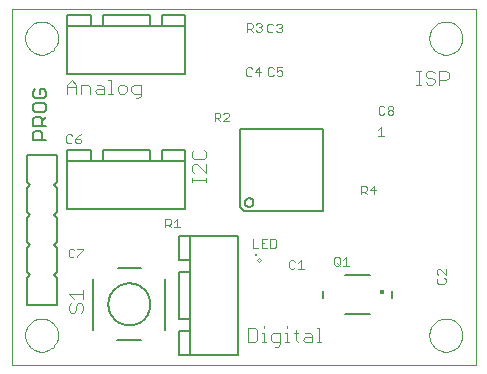
<source format=gto>
G75*
G70*
%OFA0B0*%
%FSLAX24Y24*%
%IPPOS*%
%LPD*%
%AMOC8*
5,1,8,0,0,1.08239X$1,22.5*
%
%ADD10C,0.0000*%
%ADD11C,0.0040*%
%ADD12C,0.0030*%
%ADD13C,0.0060*%
%ADD14C,0.0080*%
%ADD15C,0.0143*%
%ADD16C,0.0025*%
%ADD17C,0.0098*%
%ADD18C,0.0050*%
D10*
X000680Y000680D02*
X000680Y012550D01*
X016147Y012550D01*
X016147Y000680D01*
X000680Y000680D01*
X001129Y001680D02*
X001131Y001727D01*
X001137Y001773D01*
X001147Y001819D01*
X001160Y001864D01*
X001178Y001907D01*
X001199Y001949D01*
X001223Y001989D01*
X001251Y002026D01*
X001282Y002061D01*
X001316Y002094D01*
X001352Y002123D01*
X001391Y002149D01*
X001432Y002172D01*
X001475Y002191D01*
X001519Y002207D01*
X001564Y002219D01*
X001610Y002227D01*
X001657Y002231D01*
X001703Y002231D01*
X001750Y002227D01*
X001796Y002219D01*
X001841Y002207D01*
X001885Y002191D01*
X001928Y002172D01*
X001969Y002149D01*
X002008Y002123D01*
X002044Y002094D01*
X002078Y002061D01*
X002109Y002026D01*
X002137Y001989D01*
X002161Y001949D01*
X002182Y001907D01*
X002200Y001864D01*
X002213Y001819D01*
X002223Y001773D01*
X002229Y001727D01*
X002231Y001680D01*
X002229Y001633D01*
X002223Y001587D01*
X002213Y001541D01*
X002200Y001496D01*
X002182Y001453D01*
X002161Y001411D01*
X002137Y001371D01*
X002109Y001334D01*
X002078Y001299D01*
X002044Y001266D01*
X002008Y001237D01*
X001969Y001211D01*
X001928Y001188D01*
X001885Y001169D01*
X001841Y001153D01*
X001796Y001141D01*
X001750Y001133D01*
X001703Y001129D01*
X001657Y001129D01*
X001610Y001133D01*
X001564Y001141D01*
X001519Y001153D01*
X001475Y001169D01*
X001432Y001188D01*
X001391Y001211D01*
X001352Y001237D01*
X001316Y001266D01*
X001282Y001299D01*
X001251Y001334D01*
X001223Y001371D01*
X001199Y001411D01*
X001178Y001453D01*
X001160Y001496D01*
X001147Y001541D01*
X001137Y001587D01*
X001131Y001633D01*
X001129Y001680D01*
X001129Y011580D02*
X001131Y011627D01*
X001137Y011673D01*
X001147Y011719D01*
X001160Y011764D01*
X001178Y011807D01*
X001199Y011849D01*
X001223Y011889D01*
X001251Y011926D01*
X001282Y011961D01*
X001316Y011994D01*
X001352Y012023D01*
X001391Y012049D01*
X001432Y012072D01*
X001475Y012091D01*
X001519Y012107D01*
X001564Y012119D01*
X001610Y012127D01*
X001657Y012131D01*
X001703Y012131D01*
X001750Y012127D01*
X001796Y012119D01*
X001841Y012107D01*
X001885Y012091D01*
X001928Y012072D01*
X001969Y012049D01*
X002008Y012023D01*
X002044Y011994D01*
X002078Y011961D01*
X002109Y011926D01*
X002137Y011889D01*
X002161Y011849D01*
X002182Y011807D01*
X002200Y011764D01*
X002213Y011719D01*
X002223Y011673D01*
X002229Y011627D01*
X002231Y011580D01*
X002229Y011533D01*
X002223Y011487D01*
X002213Y011441D01*
X002200Y011396D01*
X002182Y011353D01*
X002161Y011311D01*
X002137Y011271D01*
X002109Y011234D01*
X002078Y011199D01*
X002044Y011166D01*
X002008Y011137D01*
X001969Y011111D01*
X001928Y011088D01*
X001885Y011069D01*
X001841Y011053D01*
X001796Y011041D01*
X001750Y011033D01*
X001703Y011029D01*
X001657Y011029D01*
X001610Y011033D01*
X001564Y011041D01*
X001519Y011053D01*
X001475Y011069D01*
X001432Y011088D01*
X001391Y011111D01*
X001352Y011137D01*
X001316Y011166D01*
X001282Y011199D01*
X001251Y011234D01*
X001223Y011271D01*
X001199Y011311D01*
X001178Y011353D01*
X001160Y011396D01*
X001147Y011441D01*
X001137Y011487D01*
X001131Y011533D01*
X001129Y011580D01*
X014604Y011580D02*
X014606Y011627D01*
X014612Y011673D01*
X014622Y011719D01*
X014635Y011764D01*
X014653Y011807D01*
X014674Y011849D01*
X014698Y011889D01*
X014726Y011926D01*
X014757Y011961D01*
X014791Y011994D01*
X014827Y012023D01*
X014866Y012049D01*
X014907Y012072D01*
X014950Y012091D01*
X014994Y012107D01*
X015039Y012119D01*
X015085Y012127D01*
X015132Y012131D01*
X015178Y012131D01*
X015225Y012127D01*
X015271Y012119D01*
X015316Y012107D01*
X015360Y012091D01*
X015403Y012072D01*
X015444Y012049D01*
X015483Y012023D01*
X015519Y011994D01*
X015553Y011961D01*
X015584Y011926D01*
X015612Y011889D01*
X015636Y011849D01*
X015657Y011807D01*
X015675Y011764D01*
X015688Y011719D01*
X015698Y011673D01*
X015704Y011627D01*
X015706Y011580D01*
X015704Y011533D01*
X015698Y011487D01*
X015688Y011441D01*
X015675Y011396D01*
X015657Y011353D01*
X015636Y011311D01*
X015612Y011271D01*
X015584Y011234D01*
X015553Y011199D01*
X015519Y011166D01*
X015483Y011137D01*
X015444Y011111D01*
X015403Y011088D01*
X015360Y011069D01*
X015316Y011053D01*
X015271Y011041D01*
X015225Y011033D01*
X015178Y011029D01*
X015132Y011029D01*
X015085Y011033D01*
X015039Y011041D01*
X014994Y011053D01*
X014950Y011069D01*
X014907Y011088D01*
X014866Y011111D01*
X014827Y011137D01*
X014791Y011166D01*
X014757Y011199D01*
X014726Y011234D01*
X014698Y011271D01*
X014674Y011311D01*
X014653Y011353D01*
X014635Y011396D01*
X014622Y011441D01*
X014612Y011487D01*
X014606Y011533D01*
X014604Y011580D01*
X014604Y001680D02*
X014606Y001727D01*
X014612Y001773D01*
X014622Y001819D01*
X014635Y001864D01*
X014653Y001907D01*
X014674Y001949D01*
X014698Y001989D01*
X014726Y002026D01*
X014757Y002061D01*
X014791Y002094D01*
X014827Y002123D01*
X014866Y002149D01*
X014907Y002172D01*
X014950Y002191D01*
X014994Y002207D01*
X015039Y002219D01*
X015085Y002227D01*
X015132Y002231D01*
X015178Y002231D01*
X015225Y002227D01*
X015271Y002219D01*
X015316Y002207D01*
X015360Y002191D01*
X015403Y002172D01*
X015444Y002149D01*
X015483Y002123D01*
X015519Y002094D01*
X015553Y002061D01*
X015584Y002026D01*
X015612Y001989D01*
X015636Y001949D01*
X015657Y001907D01*
X015675Y001864D01*
X015688Y001819D01*
X015698Y001773D01*
X015704Y001727D01*
X015706Y001680D01*
X015704Y001633D01*
X015698Y001587D01*
X015688Y001541D01*
X015675Y001496D01*
X015657Y001453D01*
X015636Y001411D01*
X015612Y001371D01*
X015584Y001334D01*
X015553Y001299D01*
X015519Y001266D01*
X015483Y001237D01*
X015444Y001211D01*
X015403Y001188D01*
X015360Y001169D01*
X015316Y001153D01*
X015271Y001141D01*
X015225Y001133D01*
X015178Y001129D01*
X015132Y001129D01*
X015085Y001133D01*
X015039Y001141D01*
X014994Y001153D01*
X014950Y001169D01*
X014907Y001188D01*
X014866Y001211D01*
X014827Y001237D01*
X014791Y001266D01*
X014757Y001299D01*
X014726Y001334D01*
X014698Y001371D01*
X014674Y001411D01*
X014653Y001453D01*
X014635Y001496D01*
X014622Y001541D01*
X014612Y001587D01*
X014606Y001633D01*
X014604Y001680D01*
D11*
X011009Y001450D02*
X010856Y001450D01*
X010932Y001450D02*
X010932Y001910D01*
X010856Y001910D01*
X010702Y001680D02*
X010625Y001757D01*
X010472Y001757D01*
X010472Y001603D02*
X010702Y001603D01*
X010702Y001680D02*
X010702Y001450D01*
X010472Y001450D01*
X010395Y001527D01*
X010472Y001603D01*
X010242Y001450D02*
X010165Y001527D01*
X010165Y001834D01*
X010088Y001757D02*
X010242Y001757D01*
X009858Y001757D02*
X009858Y001450D01*
X009781Y001450D02*
X009935Y001450D01*
X009628Y001450D02*
X009398Y001450D01*
X009321Y001527D01*
X009321Y001680D01*
X009398Y001757D01*
X009628Y001757D01*
X009628Y001373D01*
X009551Y001297D01*
X009474Y001297D01*
X009167Y001450D02*
X009014Y001450D01*
X009091Y001450D02*
X009091Y001757D01*
X009014Y001757D01*
X009091Y001910D02*
X009091Y001987D01*
X008861Y001834D02*
X008784Y001910D01*
X008554Y001910D01*
X008554Y001450D01*
X008784Y001450D01*
X008861Y001527D01*
X008861Y001834D01*
X009781Y001757D02*
X009858Y001757D01*
X009858Y001910D02*
X009858Y001987D01*
X007160Y006775D02*
X007160Y006928D01*
X007160Y006852D02*
X006700Y006852D01*
X006700Y006928D02*
X006700Y006775D01*
X006776Y007082D02*
X006700Y007159D01*
X006700Y007312D01*
X006776Y007389D01*
X006853Y007389D01*
X007160Y007082D01*
X007160Y007389D01*
X007083Y007542D02*
X007160Y007619D01*
X007160Y007773D01*
X007083Y007849D01*
X006776Y007849D02*
X006700Y007773D01*
X006700Y007619D01*
X006776Y007542D01*
X007083Y007542D01*
X004980Y009648D02*
X004904Y009572D01*
X004827Y009572D01*
X004750Y009725D02*
X004980Y009725D01*
X004980Y009648D02*
X004980Y010032D01*
X004750Y010032D01*
X004673Y009955D01*
X004673Y009802D01*
X004750Y009725D01*
X004520Y009802D02*
X004520Y009955D01*
X004443Y010032D01*
X004290Y010032D01*
X004213Y009955D01*
X004213Y009802D01*
X004290Y009725D01*
X004443Y009725D01*
X004520Y009802D01*
X004060Y009725D02*
X003906Y009725D01*
X003983Y009725D02*
X003983Y010185D01*
X003906Y010185D01*
X003676Y010032D02*
X003753Y009955D01*
X003753Y009725D01*
X003523Y009725D01*
X003446Y009802D01*
X003523Y009878D01*
X003753Y009878D01*
X003676Y010032D02*
X003523Y010032D01*
X003292Y009955D02*
X003292Y009725D01*
X003292Y009955D02*
X003216Y010032D01*
X002985Y010032D01*
X002985Y009725D01*
X002832Y009725D02*
X002832Y010032D01*
X002678Y010185D01*
X002525Y010032D01*
X002525Y009725D01*
X002525Y009955D02*
X002832Y009955D01*
X003060Y003197D02*
X003060Y002890D01*
X003060Y003043D02*
X002600Y003043D01*
X002753Y002890D01*
X002676Y002736D02*
X002600Y002659D01*
X002600Y002506D01*
X002676Y002429D01*
X002753Y002429D01*
X002830Y002506D01*
X002830Y002659D01*
X002907Y002736D01*
X002983Y002736D01*
X003060Y002659D01*
X003060Y002506D01*
X002983Y002429D01*
X014172Y010025D02*
X014326Y010025D01*
X014249Y010025D02*
X014249Y010485D01*
X014172Y010485D02*
X014326Y010485D01*
X014479Y010409D02*
X014479Y010332D01*
X014556Y010255D01*
X014709Y010255D01*
X014786Y010178D01*
X014786Y010102D01*
X014709Y010025D01*
X014556Y010025D01*
X014479Y010102D01*
X014479Y010409D02*
X014556Y010485D01*
X014709Y010485D01*
X014786Y010409D01*
X014940Y010485D02*
X015170Y010485D01*
X015247Y010409D01*
X015247Y010255D01*
X015170Y010178D01*
X014940Y010178D01*
X014940Y010025D02*
X014940Y010485D01*
D12*
X013404Y009274D02*
X013404Y009226D01*
X013356Y009177D01*
X013259Y009177D01*
X013211Y009226D01*
X013211Y009274D01*
X013259Y009322D01*
X013356Y009322D01*
X013404Y009274D01*
X013356Y009177D02*
X013404Y009129D01*
X013404Y009081D01*
X013356Y009032D01*
X013259Y009032D01*
X013211Y009081D01*
X013211Y009129D01*
X013259Y009177D01*
X013109Y009081D02*
X013061Y009032D01*
X012964Y009032D01*
X012916Y009081D01*
X012916Y009274D01*
X012964Y009322D01*
X013061Y009322D01*
X013109Y009274D01*
X012996Y008621D02*
X012996Y008330D01*
X012900Y008330D02*
X013093Y008330D01*
X012900Y008524D02*
X012996Y008621D01*
X012766Y006658D02*
X012621Y006513D01*
X012815Y006513D01*
X012766Y006368D02*
X012766Y006658D01*
X012520Y006610D02*
X012520Y006513D01*
X012471Y006465D01*
X012326Y006465D01*
X012326Y006368D02*
X012326Y006658D01*
X012471Y006658D01*
X012520Y006610D01*
X012423Y006465D02*
X012520Y006368D01*
X011822Y004283D02*
X011822Y003993D01*
X011725Y003993D02*
X011919Y003993D01*
X011725Y004186D02*
X011822Y004283D01*
X011624Y004235D02*
X011624Y004041D01*
X011576Y003993D01*
X011479Y003993D01*
X011431Y004041D01*
X011431Y004235D01*
X011479Y004283D01*
X011576Y004283D01*
X011624Y004235D01*
X011527Y004090D02*
X011624Y003993D01*
X010418Y003889D02*
X010224Y003889D01*
X010321Y003889D02*
X010321Y004180D01*
X010224Y004083D01*
X010123Y004131D02*
X010075Y004180D01*
X009978Y004180D01*
X009930Y004131D01*
X009930Y003938D01*
X009978Y003889D01*
X010075Y003889D01*
X010123Y003938D01*
X009450Y004597D02*
X009305Y004597D01*
X009305Y004888D01*
X009450Y004888D01*
X009498Y004839D01*
X009498Y004646D01*
X009450Y004597D01*
X009204Y004597D02*
X009010Y004597D01*
X009010Y004888D01*
X009204Y004888D01*
X009107Y004742D02*
X009010Y004742D01*
X008909Y004597D02*
X008715Y004597D01*
X008715Y004888D01*
X006287Y005267D02*
X006094Y005267D01*
X006191Y005267D02*
X006191Y005557D01*
X006094Y005460D01*
X005993Y005412D02*
X005944Y005364D01*
X005799Y005364D01*
X005896Y005364D02*
X005993Y005267D01*
X005993Y005412D02*
X005993Y005509D01*
X005944Y005557D01*
X005799Y005557D01*
X005799Y005267D01*
X003067Y004557D02*
X003067Y004509D01*
X002873Y004315D01*
X002873Y004267D01*
X002772Y004315D02*
X002724Y004267D01*
X002627Y004267D01*
X002579Y004315D01*
X002579Y004509D01*
X002627Y004557D01*
X002724Y004557D01*
X002772Y004509D01*
X002873Y004557D02*
X003067Y004557D01*
X002946Y008080D02*
X002849Y008080D01*
X002800Y008128D01*
X002800Y008225D01*
X002946Y008225D01*
X002994Y008176D01*
X002994Y008128D01*
X002946Y008080D01*
X002800Y008225D02*
X002897Y008321D01*
X002994Y008370D01*
X002699Y008321D02*
X002651Y008370D01*
X002554Y008370D01*
X002506Y008321D01*
X002506Y008128D01*
X002554Y008080D01*
X002651Y008080D01*
X002699Y008128D01*
X007444Y008804D02*
X007444Y009094D01*
X007589Y009094D01*
X007637Y009046D01*
X007637Y008949D01*
X007589Y008900D01*
X007444Y008900D01*
X007540Y008900D02*
X007637Y008804D01*
X007738Y008804D02*
X007932Y008997D01*
X007932Y009046D01*
X007883Y009094D01*
X007787Y009094D01*
X007738Y009046D01*
X007738Y008804D02*
X007932Y008804D01*
X008552Y010309D02*
X008649Y010309D01*
X008697Y010358D01*
X008798Y010454D02*
X008992Y010454D01*
X008943Y010309D02*
X008943Y010600D01*
X008798Y010454D01*
X008697Y010551D02*
X008649Y010600D01*
X008552Y010600D01*
X008504Y010551D01*
X008504Y010358D01*
X008552Y010309D01*
X009216Y010364D02*
X009265Y010316D01*
X009361Y010316D01*
X009410Y010364D01*
X009511Y010364D02*
X009559Y010316D01*
X009656Y010316D01*
X009705Y010364D01*
X009705Y010461D01*
X009656Y010509D01*
X009608Y010509D01*
X009511Y010461D01*
X009511Y010606D01*
X009705Y010606D01*
X009410Y010558D02*
X009361Y010606D01*
X009265Y010606D01*
X009216Y010558D01*
X009216Y010364D01*
X009254Y011775D02*
X009351Y011775D01*
X009399Y011823D01*
X009500Y011823D02*
X009549Y011775D01*
X009645Y011775D01*
X009694Y011823D01*
X009694Y011872D01*
X009645Y011920D01*
X009597Y011920D01*
X009645Y011920D02*
X009694Y011968D01*
X009694Y012017D01*
X009645Y012065D01*
X009549Y012065D01*
X009500Y012017D01*
X009399Y012017D02*
X009351Y012065D01*
X009254Y012065D01*
X009206Y012017D01*
X009206Y011823D01*
X009254Y011775D01*
X009010Y011838D02*
X008962Y011790D01*
X008865Y011790D01*
X008817Y011838D01*
X008716Y011790D02*
X008619Y011887D01*
X008667Y011887D02*
X008522Y011887D01*
X008522Y011790D02*
X008522Y012080D01*
X008667Y012080D01*
X008716Y012032D01*
X008716Y011935D01*
X008667Y011887D01*
X008817Y012032D02*
X008865Y012080D01*
X008962Y012080D01*
X009010Y012032D01*
X009010Y011984D01*
X008962Y011935D01*
X009010Y011887D01*
X009010Y011838D01*
X008962Y011935D02*
X008913Y011935D01*
X014907Y003884D02*
X014859Y003836D01*
X014859Y003739D01*
X014907Y003691D01*
X014907Y003589D02*
X014859Y003541D01*
X014859Y003444D01*
X014907Y003396D01*
X015101Y003396D01*
X015149Y003444D01*
X015149Y003541D01*
X015101Y003589D01*
X015149Y003691D02*
X014956Y003884D01*
X014907Y003884D01*
X015149Y003884D02*
X015149Y003691D01*
D13*
X011060Y005800D02*
X008440Y005800D01*
X008300Y005940D01*
X008300Y008560D01*
X011060Y008560D01*
X011060Y005800D01*
X008459Y006100D02*
X008461Y006123D01*
X008467Y006146D01*
X008476Y006167D01*
X008489Y006187D01*
X008505Y006204D01*
X008523Y006218D01*
X008543Y006229D01*
X008565Y006237D01*
X008588Y006241D01*
X008612Y006241D01*
X008635Y006237D01*
X008657Y006229D01*
X008677Y006218D01*
X008695Y006204D01*
X008711Y006187D01*
X008724Y006167D01*
X008733Y006146D01*
X008739Y006123D01*
X008741Y006100D01*
X008739Y006077D01*
X008733Y006054D01*
X008724Y006033D01*
X008711Y006013D01*
X008695Y005996D01*
X008677Y005982D01*
X008657Y005971D01*
X008635Y005963D01*
X008612Y005959D01*
X008588Y005959D01*
X008565Y005963D01*
X008543Y005971D01*
X008523Y005982D01*
X008505Y005996D01*
X008489Y006013D01*
X008476Y006033D01*
X008467Y006054D01*
X008461Y006077D01*
X008459Y006100D01*
X002180Y005780D02*
X002080Y005680D01*
X002180Y005580D01*
X002180Y004780D01*
X002080Y004680D01*
X002180Y004580D01*
X002180Y003780D01*
X002080Y003680D01*
X002180Y003580D01*
X002180Y002680D01*
X001180Y002680D01*
X001180Y003580D01*
X001280Y003680D01*
X001180Y003780D01*
X001180Y004580D01*
X001280Y004680D01*
X001180Y004780D01*
X001180Y005580D01*
X001280Y005680D01*
X001180Y005780D01*
X001180Y006580D01*
X001280Y006680D01*
X001180Y006780D01*
X001180Y007680D01*
X002180Y007680D01*
X002180Y006780D01*
X002080Y006680D01*
X002180Y006580D01*
X002180Y005780D01*
D14*
X004212Y003905D02*
X005005Y003905D01*
X005805Y003555D02*
X005805Y001855D01*
X005005Y001505D02*
X004200Y001505D01*
X003405Y001855D02*
X003405Y003555D01*
X003905Y002705D02*
X003907Y002757D01*
X003913Y002809D01*
X003923Y002861D01*
X003936Y002911D01*
X003953Y002961D01*
X003974Y003009D01*
X003999Y003055D01*
X004027Y003099D01*
X004058Y003141D01*
X004092Y003181D01*
X004129Y003218D01*
X004169Y003252D01*
X004211Y003283D01*
X004255Y003311D01*
X004301Y003336D01*
X004349Y003357D01*
X004399Y003374D01*
X004449Y003387D01*
X004501Y003397D01*
X004553Y003403D01*
X004605Y003405D01*
X004657Y003403D01*
X004709Y003397D01*
X004761Y003387D01*
X004811Y003374D01*
X004861Y003357D01*
X004909Y003336D01*
X004955Y003311D01*
X004999Y003283D01*
X005041Y003252D01*
X005081Y003218D01*
X005118Y003181D01*
X005152Y003141D01*
X005183Y003099D01*
X005211Y003055D01*
X005236Y003009D01*
X005257Y002961D01*
X005274Y002911D01*
X005287Y002861D01*
X005297Y002809D01*
X005303Y002757D01*
X005305Y002705D01*
X005303Y002653D01*
X005297Y002601D01*
X005287Y002549D01*
X005274Y002499D01*
X005257Y002449D01*
X005236Y002401D01*
X005211Y002355D01*
X005183Y002311D01*
X005152Y002269D01*
X005118Y002229D01*
X005081Y002192D01*
X005041Y002158D01*
X004999Y002127D01*
X004955Y002099D01*
X004909Y002074D01*
X004861Y002053D01*
X004811Y002036D01*
X004761Y002023D01*
X004709Y002013D01*
X004657Y002007D01*
X004605Y002005D01*
X004553Y002007D01*
X004501Y002013D01*
X004449Y002023D01*
X004399Y002036D01*
X004349Y002053D01*
X004301Y002074D01*
X004255Y002099D01*
X004211Y002127D01*
X004169Y002158D01*
X004129Y002192D01*
X004092Y002229D01*
X004058Y002269D01*
X004027Y002311D01*
X003999Y002355D01*
X003974Y002401D01*
X003953Y002449D01*
X003936Y002499D01*
X003923Y002549D01*
X003913Y002601D01*
X003907Y002653D01*
X003905Y002705D01*
X011063Y002912D02*
X011063Y003148D01*
X011792Y003680D02*
X012618Y003680D01*
X013347Y003148D02*
X013347Y002912D01*
X012618Y002380D02*
X011792Y002380D01*
D15*
X013012Y003109D03*
D16*
X008989Y004180D02*
X008920Y004111D01*
X008861Y004170D01*
X008930Y004239D01*
X008989Y004180D01*
D17*
X008822Y004337D03*
D18*
X008217Y004967D02*
X006643Y004967D01*
X006249Y004967D01*
X006249Y004180D01*
X006643Y004180D01*
X006643Y004967D01*
X006643Y004180D02*
X006643Y003786D01*
X006249Y003786D01*
X006249Y002211D01*
X006643Y002211D01*
X006643Y001818D01*
X006249Y001818D01*
X006249Y001030D01*
X006643Y001030D01*
X006643Y001818D01*
X006643Y002211D02*
X006643Y003786D01*
X008217Y004967D02*
X008217Y001030D01*
X006643Y001030D01*
X006467Y005893D02*
X002530Y005893D01*
X002530Y007467D01*
X002530Y007861D01*
X003318Y007861D01*
X003318Y007467D01*
X003711Y007467D01*
X003711Y007861D01*
X005286Y007861D01*
X005286Y007467D01*
X005680Y007467D01*
X005680Y007861D01*
X006467Y007861D01*
X006467Y007467D01*
X006467Y005893D01*
X006467Y007467D02*
X005680Y007467D01*
X005286Y007467D02*
X003711Y007467D01*
X003318Y007467D02*
X002530Y007467D01*
X001843Y008193D02*
X001392Y008193D01*
X001392Y008418D01*
X001467Y008493D01*
X001617Y008493D01*
X001692Y008418D01*
X001692Y008193D01*
X001692Y008653D02*
X001692Y008878D01*
X001617Y008953D01*
X001467Y008953D01*
X001392Y008878D01*
X001392Y008653D01*
X001843Y008653D01*
X001692Y008803D02*
X001843Y008953D01*
X001767Y009113D02*
X001843Y009188D01*
X001843Y009338D01*
X001767Y009414D01*
X001467Y009414D01*
X001392Y009338D01*
X001392Y009188D01*
X001467Y009113D01*
X001767Y009113D01*
X001767Y009574D02*
X001467Y009574D01*
X001392Y009649D01*
X001392Y009799D01*
X001467Y009874D01*
X001617Y009874D02*
X001617Y009724D01*
X001617Y009874D02*
X001767Y009874D01*
X001843Y009799D01*
X001843Y009649D01*
X001767Y009574D01*
X002530Y010393D02*
X002530Y011967D01*
X002530Y012361D01*
X003318Y012361D01*
X003318Y011967D01*
X003711Y011967D01*
X003711Y012361D01*
X005286Y012361D01*
X005286Y011967D01*
X005680Y011967D01*
X005680Y012361D01*
X006467Y012361D01*
X006467Y011967D01*
X006467Y010393D01*
X002530Y010393D01*
X002530Y011967D02*
X003318Y011967D01*
X003711Y011967D02*
X005286Y011967D01*
X005680Y011967D02*
X006467Y011967D01*
M02*

</source>
